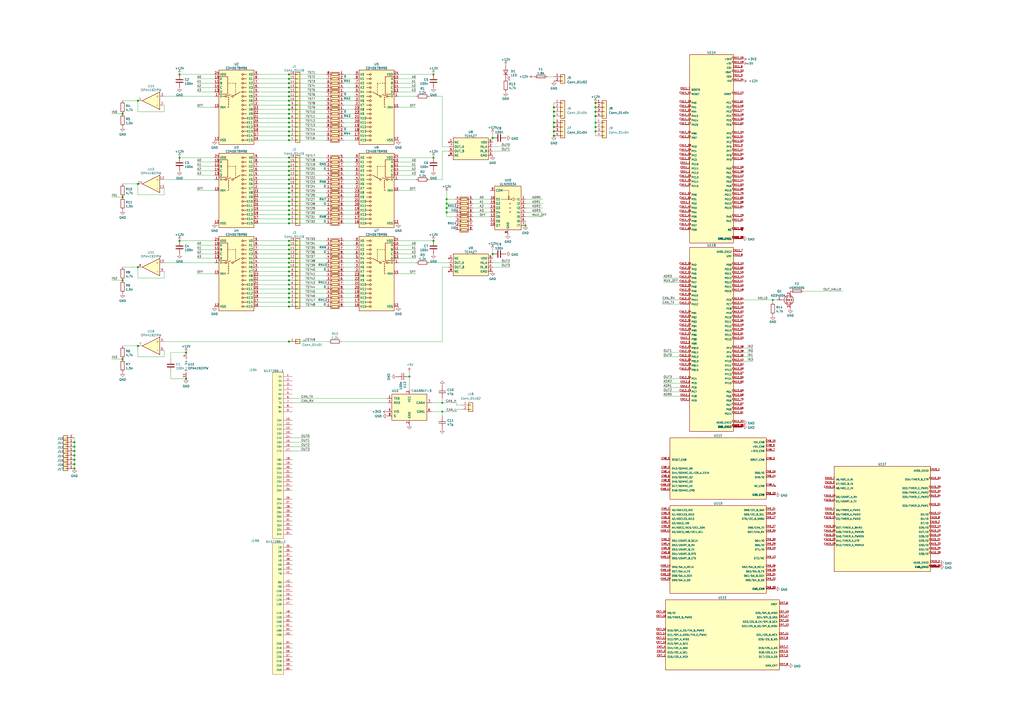
<source format=kicad_sch>
(kicad_sch (version 20230121) (generator eeschema)
  (paper "A2")
  (title_block (rev "b"))
  (junction (at 167.64 93.98) (diameter 1.016))
  (junction (at 43.18 259.08) (diameter 1.016))
  (junction (at 167.64 104.14) (diameter 1.016))
  (junction (at 167.64 160.02) (diameter 1.016))
  (junction (at 167.64 99.06) (diameter 1.016))
  (junction (at 167.64 175.26) (diameter 1.016))
  (junction (at 104.14 91.44) (diameter 1.016))
  (junction (at 71.12 162.56) (diameter 1.016))
  (junction (at 321.31 76.2) (diameter 1.016))
  (junction (at 345.44 62.23) (diameter 1.016))
  (junction (at 167.64 76.2) (diameter 1.016))
  (junction (at 167.64 109.22) (diameter 1.016))
  (junction (at 345.44 76.2) (diameter 1.016))
  (junction (at 80.01 154.94) (diameter 1.016))
  (junction (at 167.64 149.86) (diameter 1.016))
  (junction (at 43.18 261.62) (diameter 1.016))
  (junction (at 345.44 73.66) (diameter 1.016))
  (junction (at 167.64 127) (diameter 1.016))
  (junction (at 167.64 129.54) (diameter 1.016))
  (junction (at 321.31 73.66) (diameter 1.016))
  (junction (at 285.75 80.01) (diameter 1.016))
  (junction (at 321.31 78.74) (diameter 1.016))
  (junction (at 259.08 118.11) (diameter 1.016))
  (junction (at 167.64 142.24) (diameter 1.016))
  (junction (at 167.64 198.12) (diameter 1.016))
  (junction (at 167.64 157.48) (diameter 1.016))
  (junction (at 167.64 60.96) (diameter 1.016))
  (junction (at 167.64 154.94) (diameter 1.016))
  (junction (at 167.64 121.92) (diameter 1.016))
  (junction (at 259.08 115.57) (diameter 1.016))
  (junction (at 71.12 114.3) (diameter 1.016))
  (junction (at 167.64 81.28) (diameter 1.016))
  (junction (at 256.54 233.68))
  (junction (at 80.01 106.68) (diameter 1.016))
  (junction (at 167.64 124.46) (diameter 1.016))
  (junction (at 104.14 43.18) (diameter 1.016))
  (junction (at 167.64 55.88) (diameter 1.016))
  (junction (at 167.64 147.32) (diameter 1.016))
  (junction (at 448.31 173.99))
  (junction (at 251.46 91.44) (diameter 1.016))
  (junction (at 43.18 269.24) (diameter 1.016))
  (junction (at 167.64 71.12) (diameter 1.016))
  (junction (at 167.64 91.44) (diameter 1.016))
  (junction (at 167.64 73.66) (diameter 1.016))
  (junction (at 107.95 219.71) (diameter 1.016))
  (junction (at 304.8 130.81) (diameter 1.016))
  (junction (at 43.18 266.7) (diameter 1.016))
  (junction (at 167.64 114.3) (diameter 1.016))
  (junction (at 251.46 139.7) (diameter 1.016))
  (junction (at 167.64 177.8) (diameter 1.016))
  (junction (at 43.18 271.78) (diameter 1.016))
  (junction (at 345.44 59.69) (diameter 1.016))
  (junction (at 71.12 208.28) (diameter 1.016))
  (junction (at 321.31 71.12) (diameter 1.016))
  (junction (at 167.64 63.5) (diameter 1.016))
  (junction (at 167.64 50.8) (diameter 1.016))
  (junction (at 167.64 45.72) (diameter 1.016))
  (junction (at 345.44 64.77) (diameter 1.016))
  (junction (at 321.31 62.23) (diameter 1.016))
  (junction (at 167.64 119.38) (diameter 1.016))
  (junction (at 167.64 101.6) (diameter 1.016))
  (junction (at 321.31 64.77) (diameter 1.016))
  (junction (at 285.75 147.32) (diameter 1.016))
  (junction (at 107.95 204.47) (diameter 1.016))
  (junction (at 167.64 53.34) (diameter 1.016))
  (junction (at 167.64 111.76) (diameter 1.016))
  (junction (at 259.08 120.65) (diameter 1.016))
  (junction (at 167.64 58.42) (diameter 1.016))
  (junction (at 345.44 71.12) (diameter 1.016))
  (junction (at 167.64 96.52) (diameter 1.016))
  (junction (at 167.64 167.64) (diameter 1.016))
  (junction (at 345.44 67.31) (diameter 1.016))
  (junction (at 167.64 152.4) (diameter 1.016))
  (junction (at 43.18 256.54) (diameter 1.016))
  (junction (at 167.64 116.84) (diameter 1.016))
  (junction (at 167.64 106.68) (diameter 1.016))
  (junction (at 71.12 66.04) (diameter 1.016))
  (junction (at 251.46 43.18) (diameter 1.016))
  (junction (at 80.01 58.42) (diameter 1.016))
  (junction (at 321.31 67.31) (diameter 1.016))
  (junction (at 80.01 200.66) (diameter 1.016))
  (junction (at 167.64 68.58) (diameter 1.016))
  (junction (at 167.64 66.04) (diameter 1.016))
  (junction (at 167.64 43.18) (diameter 1.016))
  (junction (at 256.54 238.76))
  (junction (at 259.08 123.19) (diameter 1.016))
  (junction (at 237.49 218.44))
  (junction (at 43.18 264.16) (diameter 1.016))
  (junction (at 167.64 139.7) (diameter 1.016))
  (junction (at 167.64 78.74) (diameter 1.016))
  (junction (at 167.64 165.1) (diameter 1.016))
  (junction (at 167.64 172.72) (diameter 1.016))
  (junction (at 167.64 170.18) (diameter 1.016))
  (junction (at 167.64 162.56) (diameter 1.016))
  (junction (at 167.64 48.26) (diameter 1.016))
  (junction (at 167.64 144.78) (diameter 1.016))
  (junction (at 104.14 139.7) (diameter 1.016))
  (wire (pts (xy 149.86 50.8) (xy 167.64 50.8)))
  (wire (pts (xy 167.64 50.8) (xy 189.23 50.8)))
  (wire (pts (xy 199.39 50.8) (xy 205.74 50.8)))
  (wire (pts (xy 149.86 114.3) (xy 167.64 114.3)))
  (wire (pts (xy 167.64 114.3) (xy 189.23 114.3)))
  (wire (pts (xy 199.39 114.3) (xy 205.74 114.3)))
  (wire (pts (xy 99.06 204.47) (xy 107.95 204.47)))
  (wire (pts (xy 99.06 208.28) (xy 99.06 204.47)))
  (wire (pts (xy 256.54 87.63) (xy 256.54 104.14)))
  (wire (pts (xy 256.54 104.14) (xy 248.92 104.14)))
  (wire (pts (xy 260.35 87.63) (xy 256.54 87.63)))
  (wire (pts (xy 285.75 85.09) (xy 295.91 85.09)))
  (wire (pts (xy 124.46 48.26) (xy 114.3 48.26)))
  (wire (pts (xy 285.75 152.4) (xy 295.91 152.4)))
  (wire (pts (xy 231.14 99.06) (xy 241.3 99.06)))
  (wire (pts (xy 149.86 147.32) (xy 167.64 147.32)))
  (wire (pts (xy 167.64 147.32) (xy 189.23 147.32)))
  (wire (pts (xy 199.39 147.32) (xy 205.74 147.32)))
  (wire (pts (xy 169.545 259.08) (xy 179.705 259.08)))
  (wire (pts (xy 450.85 173.99) (xy 448.31 173.99)))
  (wire (pts (xy 231.14 96.52) (xy 241.3 96.52)))
  (wire (pts (xy 314.96 125.73) (xy 304.8 125.73)))
  (wire (pts (xy 124.46 144.78) (xy 114.3 144.78)))
  (wire (pts (xy 256.54 233.68) (xy 250.19 233.68)))
  (wire (pts (xy 231.14 147.32) (xy 241.3 147.32)))
  (wire (pts (xy 149.86 106.68) (xy 167.64 106.68)))
  (wire (pts (xy 167.64 106.68) (xy 189.23 106.68)))
  (wire (pts (xy 199.39 106.68) (xy 205.74 106.68)))
  (wire (pts (xy 256.54 231.14) (xy 256.54 233.68)))
  (wire (pts (xy 231.14 158.75) (xy 241.3 158.75)))
  (wire (pts (xy 198.12 198.12) (xy 256.54 198.12)))
  (wire (pts (xy 256.54 154.94) (xy 260.35 154.94)))
  (wire (pts (xy 256.54 198.12) (xy 256.54 154.94)))
  (wire (pts (xy 285.75 87.63) (xy 295.91 87.63)))
  (wire (pts (xy 149.86 129.54) (xy 167.64 129.54)))
  (wire (pts (xy 167.64 129.54) (xy 189.23 129.54)))
  (wire (pts (xy 199.39 129.54) (xy 205.74 129.54)))
  (wire (pts (xy 149.86 124.46) (xy 167.64 124.46)))
  (wire (pts (xy 167.64 124.46) (xy 189.23 124.46)))
  (wire (pts (xy 199.39 124.46) (xy 205.74 124.46)))
  (wire (pts (xy 64.77 208.28) (xy 71.12 208.28)))
  (wire (pts (xy 231.14 50.8) (xy 241.3 50.8)))
  (wire (pts (xy 231.14 152.4) (xy 241.3 152.4)))
  (wire (pts (xy 284.48 123.19) (xy 274.32 123.19)))
  (wire (pts (xy 251.46 91.44) (xy 231.14 91.44)))
  (wire (pts (xy 317.5 44.45) (xy 321.31 44.45)))
  (wire (pts (xy 256.54 238.76) (xy 256.54 241.3)))
  (wire (pts (xy 124.46 149.86) (xy 114.3 149.86)))
  (wire (pts (xy 149.86 152.4) (xy 167.64 152.4)))
  (wire (pts (xy 167.64 152.4) (xy 189.23 152.4)))
  (wire (pts (xy 199.39 152.4) (xy 205.74 152.4)))
  (wire (pts (xy 149.86 167.64) (xy 167.64 167.64)))
  (wire (pts (xy 167.64 167.64) (xy 189.23 167.64)))
  (wire (pts (xy 199.39 167.64) (xy 205.74 167.64)))
  (wire (pts (xy 149.86 177.8) (xy 167.64 177.8)))
  (wire (pts (xy 167.64 177.8) (xy 189.23 177.8)))
  (wire (pts (xy 199.39 177.8) (xy 205.74 177.8)))
  (wire (pts (xy 321.31 59.69) (xy 321.31 62.23)))
  (wire (pts (xy 321.31 62.23) (xy 321.31 64.77)))
  (wire (pts (xy 321.31 64.77) (xy 321.31 67.31)))
  (wire (pts (xy 321.31 67.31) (xy 321.31 71.12)))
  (wire (pts (xy 321.31 71.12) (xy 321.31 73.66)))
  (wire (pts (xy 321.31 73.66) (xy 321.31 76.2)))
  (wire (pts (xy 321.31 76.2) (xy 321.31 78.74)))
  (wire (pts (xy 149.86 109.22) (xy 167.64 109.22)))
  (wire (pts (xy 167.64 109.22) (xy 189.23 109.22)))
  (wire (pts (xy 199.39 109.22) (xy 205.74 109.22)))
  (wire (pts (xy 394.97 219.71) (xy 384.81 219.71)))
  (wire (pts (xy 267.97 234.95) (xy 264.795 234.95)))
  (wire (pts (xy 149.86 55.88) (xy 167.64 55.88)))
  (wire (pts (xy 167.64 55.88) (xy 189.23 55.88)))
  (wire (pts (xy 199.39 55.88) (xy 205.74 55.88)))
  (wire (pts (xy 384.175 173.99) (xy 394.97 173.99)))
  (wire (pts (xy 43.18 254) (xy 43.18 256.54)))
  (wire (pts (xy 43.18 256.54) (xy 43.18 259.08)))
  (wire (pts (xy 43.18 259.08) (xy 43.18 261.62)))
  (wire (pts (xy 43.18 261.62) (xy 43.18 264.16)))
  (wire (pts (xy 43.18 264.16) (xy 43.18 266.7)))
  (wire (pts (xy 43.18 266.7) (xy 43.18 269.24)))
  (wire (pts (xy 43.18 269.24) (xy 43.18 271.78)))
  (wire (pts (xy 124.46 50.8) (xy 114.3 50.8)))
  (wire (pts (xy 149.86 43.18) (xy 167.64 43.18)))
  (wire (pts (xy 167.64 43.18) (xy 189.23 43.18)))
  (wire (pts (xy 199.39 43.18) (xy 205.74 43.18)))
  (wire (pts (xy 149.86 53.34) (xy 167.64 53.34)))
  (wire (pts (xy 167.64 53.34) (xy 189.23 53.34)))
  (wire (pts (xy 199.39 53.34) (xy 205.74 53.34)))
  (wire (pts (xy 104.14 91.44) (xy 124.46 91.44)))
  (wire (pts (xy 285.75 77.47) (xy 285.75 80.01)))
  (wire (pts (xy 285.75 80.01) (xy 285.75 82.55)))
  (wire (pts (xy 169.545 254) (xy 179.705 254)))
  (wire (pts (xy 284.48 118.11) (xy 274.32 118.11)))
  (wire (pts (xy 149.86 63.5) (xy 167.64 63.5)))
  (wire (pts (xy 167.64 63.5) (xy 189.23 63.5)))
  (wire (pts (xy 199.39 63.5) (xy 205.74 63.5)))
  (wire (pts (xy 149.86 111.76) (xy 167.64 111.76)))
  (wire (pts (xy 167.64 111.76) (xy 189.23 111.76)))
  (wire (pts (xy 199.39 111.76) (xy 205.74 111.76)))
  (wire (pts (xy 149.86 58.42) (xy 167.64 58.42)))
  (wire (pts (xy 167.64 58.42) (xy 189.23 58.42)))
  (wire (pts (xy 199.39 58.42) (xy 205.74 58.42)))
  (wire (pts (xy 448.31 173.99) (xy 448.31 175.26)))
  (wire (pts (xy 251.46 139.7) (xy 231.14 139.7)))
  (wire (pts (xy 394.97 222.25) (xy 384.81 222.25)))
  (wire (pts (xy 231.14 149.86) (xy 241.3 149.86)))
  (wire (pts (xy 124.46 158.75) (xy 114.3 158.75)))
  (wire (pts (xy 149.86 60.96) (xy 167.64 60.96)))
  (wire (pts (xy 167.64 60.96) (xy 189.23 60.96)))
  (wire (pts (xy 199.39 60.96) (xy 205.74 60.96)))
  (wire (pts (xy 256.54 55.88) (xy 248.92 55.88)))
  (wire (pts (xy 256.54 85.09) (xy 256.54 55.88)))
  (wire (pts (xy 260.35 85.09) (xy 256.54 85.09)))
  (wire (pts (xy 394.97 204.47) (xy 384.81 204.47)))
  (wire (pts (xy 466.09 168.91) (xy 488.95 168.91)))
  (wire (pts (xy 394.97 229.87) (xy 384.81 229.87)))
  (wire (pts (xy 149.86 175.26) (xy 167.64 175.26)))
  (wire (pts (xy 167.64 175.26) (xy 189.23 175.26)))
  (wire (pts (xy 199.39 175.26) (xy 205.74 175.26)))
  (wire (pts (xy 394.97 224.79) (xy 384.81 224.79)))
  (wire (pts (xy 124.46 62.23) (xy 114.3 62.23)))
  (wire (pts (xy 284.48 120.65) (xy 274.32 120.65)))
  (wire (pts (xy 95.25 152.4) (xy 124.46 152.4)))
  (wire (pts (xy 149.86 121.92) (xy 167.64 121.92)))
  (wire (pts (xy 167.64 121.92) (xy 189.23 121.92)))
  (wire (pts (xy 199.39 121.92) (xy 205.74 121.92)))
  (wire (pts (xy 285.75 154.94) (xy 295.91 154.94)))
  (wire (pts (xy 231.14 53.34) (xy 241.3 53.34)))
  (wire (pts (xy 314.96 120.65) (xy 304.8 120.65)))
  (wire (pts (xy 384.175 176.53) (xy 394.97 176.53)))
  (wire (pts (xy 149.86 81.28) (xy 167.64 81.28)))
  (wire (pts (xy 167.64 81.28) (xy 189.23 81.28)))
  (wire (pts (xy 199.39 81.28) (xy 205.74 81.28)))
  (wire (pts (xy 231.14 110.49) (xy 241.3 110.49)))
  (wire (pts (xy 149.86 96.52) (xy 167.64 96.52)))
  (wire (pts (xy 167.64 96.52) (xy 189.23 96.52)))
  (wire (pts (xy 199.39 96.52) (xy 205.74 96.52)))
  (wire (pts (xy 149.86 78.74) (xy 167.64 78.74)))
  (wire (pts (xy 167.64 78.74) (xy 189.23 78.74)))
  (wire (pts (xy 199.39 78.74) (xy 205.74 78.74)))
  (wire (pts (xy 124.46 142.24) (xy 114.3 142.24)))
  (wire (pts (xy 149.86 116.84) (xy 167.64 116.84)))
  (wire (pts (xy 167.64 116.84) (xy 189.23 116.84)))
  (wire (pts (xy 199.39 116.84) (xy 205.74 116.84)))
  (wire (pts (xy 95.25 55.88) (xy 124.46 55.88)))
  (wire (pts (xy 80.01 154.94) (xy 80.01 161.29)))
  (wire (pts (xy 80.01 161.29) (xy 95.25 161.29)))
  (wire (pts (xy 95.25 157.48) (xy 95.25 161.29)))
  (wire (pts (xy 436.88 207.01) (xy 430.53 207.01)))
  (wire (pts (xy 394.97 163.83) (xy 384.81 163.83)))
  (wire (pts (xy 149.86 149.86) (xy 167.64 149.86)))
  (wire (pts (xy 167.64 149.86) (xy 189.23 149.86)))
  (wire (pts (xy 199.39 149.86) (xy 205.74 149.86)))
  (wire (pts (xy 149.86 73.66) (xy 167.64 73.66)))
  (wire (pts (xy 167.64 73.66) (xy 189.23 73.66)))
  (wire (pts (xy 199.39 73.66) (xy 205.74 73.66)))
  (wire (pts (xy 436.88 209.55) (xy 430.53 209.55)))
  (wire (pts (xy 231.14 48.26) (xy 241.3 48.26)))
  (wire (pts (xy 231.14 101.6) (xy 241.3 101.6)))
  (wire (pts (xy 124.46 45.72) (xy 114.3 45.72)))
  (wire (pts (xy 149.86 93.98) (xy 167.64 93.98)))
  (wire (pts (xy 167.64 93.98) (xy 189.23 93.98)))
  (wire (pts (xy 199.39 93.98) (xy 205.74 93.98)))
  (wire (pts (xy 231.14 144.78) (xy 241.3 144.78)))
  (wire (pts (xy 284.48 115.57) (xy 274.32 115.57)))
  (wire (pts (xy 231.14 62.23) (xy 241.3 62.23)))
  (wire (pts (xy 394.97 227.33) (xy 384.81 227.33)))
  (wire (pts (xy 124.46 53.34) (xy 114.3 53.34)))
  (wire (pts (xy 259.08 111.76) (xy 259.08 115.57)))
  (wire (pts (xy 259.08 115.57) (xy 259.08 118.11)))
  (wire (pts (xy 259.08 118.11) (xy 259.08 120.65)))
  (wire (pts (xy 259.08 120.65) (xy 259.08 123.19)))
  (wire (pts (xy 259.08 123.19) (xy 259.08 125.73)))
  (wire (pts (xy 149.86 91.44) (xy 167.64 91.44)))
  (wire (pts (xy 167.64 91.44) (xy 189.23 91.44)))
  (wire (pts (xy 199.39 91.44) (xy 205.74 91.44)))
  (wire (pts (xy 394.97 207.01) (xy 384.81 207.01)))
  (wire (pts (xy 264.795 237.49) (xy 264.795 238.76)))
  (wire (pts (xy 436.88 204.47) (xy 430.53 204.47)))
  (wire (pts (xy 149.86 154.94) (xy 167.64 154.94)))
  (wire (pts (xy 167.64 154.94) (xy 189.23 154.94)))
  (wire (pts (xy 199.39 154.94) (xy 205.74 154.94)))
  (wire (pts (xy 71.12 154.94) (xy 80.01 154.94)))
  (wire (pts (xy 124.46 96.52) (xy 114.3 96.52)))
  (wire (pts (xy 71.12 58.42) (xy 80.01 58.42)))
  (wire (pts (xy 237.49 215.9) (xy 237.49 218.44)))
  (wire (pts (xy 149.86 160.02) (xy 167.64 160.02)))
  (wire (pts (xy 167.64 160.02) (xy 189.23 160.02)))
  (wire (pts (xy 199.39 160.02) (xy 205.74 160.02)))
  (wire (pts (xy 169.545 256.54) (xy 179.705 256.54)))
  (wire (pts (xy 259.08 125.73) (xy 264.16 125.73)))
  (wire (pts (xy 231.14 55.88) (xy 241.3 55.88)))
  (wire (pts (xy 149.86 71.12) (xy 167.64 71.12)))
  (wire (pts (xy 167.64 71.12) (xy 189.23 71.12)))
  (wire (pts (xy 199.39 71.12) (xy 205.74 71.12)))
  (wire (pts (xy 237.49 218.44) (xy 237.49 226.06)))
  (wire (pts (xy 104.14 139.7) (xy 124.46 139.7)))
  (wire (pts (xy 149.86 99.06) (xy 167.64 99.06)))
  (wire (pts (xy 167.64 99.06) (xy 189.23 99.06)))
  (wire (pts (xy 199.39 99.06) (xy 205.74 99.06)))
  (wire (pts (xy 264.795 238.76) (xy 256.54 238.76)))
  (wire (pts (xy 149.86 76.2) (xy 167.64 76.2)))
  (wire (pts (xy 167.64 76.2) (xy 189.23 76.2)))
  (wire (pts (xy 199.39 76.2) (xy 205.74 76.2)))
  (wire (pts (xy 314.96 118.11) (xy 304.8 118.11)))
  (wire (pts (xy 149.86 68.58) (xy 167.64 68.58)))
  (wire (pts (xy 167.64 68.58) (xy 189.23 68.58)))
  (wire (pts (xy 199.39 68.58) (xy 205.74 68.58)))
  (wire (pts (xy 149.86 104.14) (xy 167.64 104.14)))
  (wire (pts (xy 167.64 104.14) (xy 189.23 104.14)))
  (wire (pts (xy 199.39 104.14) (xy 205.74 104.14)))
  (wire (pts (xy 149.86 48.26) (xy 167.64 48.26)))
  (wire (pts (xy 167.64 48.26) (xy 189.23 48.26)))
  (wire (pts (xy 199.39 48.26) (xy 205.74 48.26)))
  (wire (pts (xy 124.46 147.32) (xy 114.3 147.32)))
  (wire (pts (xy 231.14 45.72) (xy 241.3 45.72)))
  (wire (pts (xy 149.86 45.72) (xy 167.64 45.72)))
  (wire (pts (xy 167.64 45.72) (xy 189.23 45.72)))
  (wire (pts (xy 199.39 45.72) (xy 205.74 45.72)))
  (wire (pts (xy 259.08 118.11) (xy 264.16 118.11)))
  (wire (pts (xy 169.545 231.14) (xy 224.79 231.14)))
  (wire (pts (xy 430.53 173.99) (xy 448.31 173.99)))
  (wire (pts (xy 264.795 234.95) (xy 264.795 233.68)))
  (wire (pts (xy 264.795 233.68) (xy 256.54 233.68)))
  (wire (pts (xy 149.86 165.1) (xy 167.64 165.1)))
  (wire (pts (xy 167.64 165.1) (xy 189.23 165.1)))
  (wire (pts (xy 199.39 165.1) (xy 205.74 165.1)))
  (wire (pts (xy 394.97 161.29) (xy 384.81 161.29)))
  (wire (pts (xy 149.86 119.38) (xy 167.64 119.38)))
  (wire (pts (xy 167.64 119.38) (xy 189.23 119.38)))
  (wire (pts (xy 199.39 119.38) (xy 205.74 119.38)))
  (wire (pts (xy 71.12 200.66) (xy 80.01 200.66)))
  (wire (pts (xy 99.06 215.9) (xy 99.06 219.71)))
  (wire (pts (xy 99.06 219.71) (xy 107.95 219.71)))
  (wire (pts (xy 284.48 125.73) (xy 274.32 125.73)))
  (wire (pts (xy 231.14 142.24) (xy 241.3 142.24)))
  (wire (pts (xy 248.92 152.4) (xy 260.35 152.4)))
  (wire (pts (xy 149.86 170.18) (xy 167.64 170.18)))
  (wire (pts (xy 167.64 170.18) (xy 189.23 170.18)))
  (wire (pts (xy 199.39 170.18) (xy 205.74 170.18)))
  (wire (pts (xy 436.88 201.93) (xy 430.53 201.93)))
  (wire (pts (xy 259.08 115.57) (xy 264.16 115.57)))
  (wire (pts (xy 124.46 101.6) (xy 114.3 101.6)))
  (wire (pts (xy 149.86 157.48) (xy 167.64 157.48)))
  (wire (pts (xy 167.64 157.48) (xy 189.23 157.48)))
  (wire (pts (xy 199.39 157.48) (xy 205.74 157.48)))
  (wire (pts (xy 256.54 238.76) (xy 250.19 238.76)))
  (wire (pts (xy 167.64 198.12) (xy 95.25 198.12)))
  (wire (pts (xy 190.5 198.12) (xy 167.64 198.12)))
  (wire (pts (xy 95.25 104.14) (xy 124.46 104.14)))
  (wire (pts (xy 80.01 200.66) (xy 80.01 207.01)))
  (wire (pts (xy 80.01 207.01) (xy 95.25 207.01)))
  (wire (pts (xy 95.25 203.2) (xy 95.25 207.01)))
  (wire (pts (xy 169.545 233.68) (xy 224.79 233.68)))
  (wire (pts (xy 259.08 123.19) (xy 264.16 123.19)))
  (wire (pts (xy 267.97 237.49) (xy 264.795 237.49)))
  (wire (pts (xy 149.86 142.24) (xy 167.64 142.24)))
  (wire (pts (xy 167.64 142.24) (xy 189.23 142.24)))
  (wire (pts (xy 199.39 142.24) (xy 205.74 142.24)))
  (wire (pts (xy 314.96 115.57) (xy 304.8 115.57)))
  (wire (pts (xy 71.12 106.68) (xy 80.01 106.68)))
  (wire (pts (xy 314.96 123.19) (xy 304.8 123.19)))
  (wire (pts (xy 251.46 43.18) (xy 231.14 43.18)))
  (wire (pts (xy 304.8 128.27) (xy 304.8 130.81)))
  (wire (pts (xy 80.01 58.42) (xy 80.01 64.77)))
  (wire (pts (xy 80.01 64.77) (xy 95.25 64.77)))
  (wire (pts (xy 95.25 64.77) (xy 95.25 60.96)))
  (wire (pts (xy 64.77 66.04) (xy 71.12 66.04)))
  (wire (pts (xy 64.77 114.3) (xy 71.12 114.3)))
  (wire (pts (xy 149.86 144.78) (xy 167.64 144.78)))
  (wire (pts (xy 167.64 144.78) (xy 189.23 144.78)))
  (wire (pts (xy 199.39 144.78) (xy 205.74 144.78)))
  (wire (pts (xy 149.86 66.04) (xy 167.64 66.04)))
  (wire (pts (xy 167.64 66.04) (xy 189.23 66.04)))
  (wire (pts (xy 199.39 66.04) (xy 205.74 66.04)))
  (wire (pts (xy 149.86 139.7) (xy 167.64 139.7)))
  (wire (pts (xy 167.64 139.7) (xy 189.23 139.7)))
  (wire (pts (xy 199.39 139.7) (xy 205.74 139.7)))
  (wire (pts (xy 149.86 101.6) (xy 167.64 101.6)))
  (wire (pts (xy 167.64 101.6) (xy 189.23 101.6)))
  (wire (pts (xy 199.39 101.6) (xy 205.74 101.6)))
  (wire (pts (xy 259.08 120.65) (xy 264.16 120.65)))
  (wire (pts (xy 149.86 162.56) (xy 167.64 162.56)))
  (wire (pts (xy 167.64 162.56) (xy 189.23 162.56)))
  (wire (pts (xy 199.39 162.56) (xy 205.74 162.56)))
  (wire (pts (xy 124.46 93.98) (xy 114.3 93.98)))
  (wire (pts (xy 149.86 172.72) (xy 167.64 172.72)))
  (wire (pts (xy 167.64 172.72) (xy 189.23 172.72)))
  (wire (pts (xy 199.39 172.72) (xy 205.74 172.72)))
  (wire (pts (xy 149.86 127) (xy 167.64 127)))
  (wire (pts (xy 167.64 127) (xy 189.23 127)))
  (wire (pts (xy 199.39 127) (xy 205.74 127)))
  (wire (pts (xy 345.44 59.69) (xy 345.44 62.23)))
  (wire (pts (xy 345.44 62.23) (xy 345.44 64.77)))
  (wire (pts (xy 345.44 64.77) (xy 345.44 67.31)))
  (wire (pts (xy 345.44 67.31) (xy 345.44 71.12)))
  (wire (pts (xy 345.44 71.12) (xy 345.44 73.66)))
  (wire (pts (xy 345.44 73.66) (xy 345.44 76.2)))
  (wire (pts (xy 345.44 76.2) (xy 345.44 78.74)))
  (wire (pts (xy 169.545 261.62) (xy 179.705 261.62)))
  (wire (pts (xy 124.46 110.49) (xy 114.3 110.49)))
  (wire (pts (xy 124.46 99.06) (xy 114.3 99.06)))
  (wire (pts (xy 285.75 144.78) (xy 285.75 147.32)))
  (wire (pts (xy 285.75 147.32) (xy 285.75 149.86)))
  (wire (pts (xy 80.01 106.68) (xy 80.01 113.03)))
  (wire (pts (xy 80.01 113.03) (xy 95.25 113.03)))
  (wire (pts (xy 95.25 109.22) (xy 95.25 113.03)))
  (wire (pts (xy 231.14 104.14) (xy 241.3 104.14)))
  (wire (pts (xy 231.14 93.98) (xy 241.3 93.98)))
  (wire (pts (xy 104.14 43.18) (xy 124.46 43.18)))
  (wire (pts (xy 64.77 162.56) (xy 71.12 162.56)))
  (label "TST10" (at 182.88 66.04 180))
  (label "A1" (at 278.13 118.11 0))
  (label "TST38" (at 182.88 152.4 180))
  (label "TST46" (at 182.88 172.72 180))
  (label "TST29" (at 182.88 121.92 180))
  (label "TST21" (at 182.88 101.6 180))
  (label "TST18" (at 182.88 93.98 180))
  (label "TST6" (at 182.88 55.88 180))
  (label "CAN_TX" (at 174.625 231.14 0))
  (label "A0" (at 241.3 45.72 180))
  (label "OUT2" (at 179.705 259.08 180))
  (label "TST35" (at 182.88 144.78 180))
  (label "IN3" (at 64.77 208.28 0))
  (label "ADR0" (at 308.61 115.57 0))
  (label "OFF" (at 114.3 62.23 0))
  (label "OUT2" (at 384.81 227.33 0))
  (label "OUT0" (at 384.81 207.01 0))
  (label "IN3" (at 436.88 209.55 180))
  (label "A0" (at 278.13 115.57 0))
  (label "ADR3" (at 384.81 161.29 0))
  (label "OUT_HALL0" (at 477.52 168.91 0))
  (label "TST12" (at 182.88 71.12 180))
  (label "CAN_RX" (at 174.625 233.68 0))
  (label "A1" (at 114.3 96.52 0))
  (label "IN0" (at 436.88 204.47 180))
  (label "TST33" (at 182.88 139.7 180))
  (label "IN2" (at 64.77 162.56 0))
  (label "ADR1" (at 384.81 224.79 0))
  (label "IN1" (at 436.88 207.01 180))
  (label "TST7" (at 182.88 58.42 180))
  (label "HALL0" (at 439.42 173.99 0))
  (label "A2" (at 114.3 99.06 0))
  (label "A3" (at 241.3 101.6 180))
  (label "TST23" (at 182.88 106.68 180))
  (label "A0" (at 114.3 93.98 0))
  (label "OUT2" (at 295.91 152.4 180))
  (label "A3" (at 114.3 53.34 0))
  (label "OFF" (at 241.3 110.49 180))
  (label "TST1" (at 182.88 43.18 180))
  (label "TST2" (at 182.88 45.72 180))
  (label "OFF" (at 114.3 158.75 0))
  (label "TST25" (at 182.88 111.76 180))
  (label "TST27" (at 182.88 116.84 180))
  (label "TST11" (at 182.88 68.58 180))
  (label "OUT3" (at 179.705 261.62 180))
  (label "CAN_H" (at 264.795 233.68 180))
  (label "TST14" (at 182.88 76.2 180))
  (label "OUT0" (at 179.705 254 180))
  (label "TST28" (at 182.88 119.38 180))
  (label "A3" (at 278.13 123.19 0))
  (label "A1" (at 241.3 96.52 180))
  (label "OUT1" (at 295.91 87.63 180))
  (label "TST26" (at 182.88 114.3 180))
  (label "CAN_RX" (at 384.175 173.99 0))
  (label "TST41" (at 182.88 160.02 180))
  (label "ADR0" (at 384.81 229.87 0))
  (label "A2" (at 241.3 99.06 180))
  (label "IN2" (at 436.88 201.93 180))
  (label "TST42" (at 182.88 162.56 180))
  (label "TST16" (at 182.88 81.28 180))
  (label "A2" (at 278.13 120.65 0))
  (label "OFF" (at 114.3 110.49 0))
  (label "TST30" (at 182.88 124.46 180))
  (label "ADR1" (at 308.61 118.11 0))
  (label "A3" (at 114.3 101.6 0))
  (label "TST31" (at 182.88 127 180))
  (label "TST9" (at 182.88 63.5 180))
  (label "TST48" (at 182.88 177.8 180))
  (label "A0" (at 241.3 142.24 180))
  (label "A2" (at 241.3 147.32 180))
  (label "A3" (at 241.3 149.86 180))
  (label "TST34" (at 182.88 142.24 180))
  (label "ADR2" (at 384.81 222.25 0))
  (label "TST24" (at 182.88 109.22 180))
  (label "ADR2" (at 308.61 120.65 0))
  (label "TST5" (at 182.88 53.34 180))
  (label "CAN_TX" (at 384.175 176.53 0))
  (label "TST13" (at 182.88 73.66 180))
  (label "A2" (at 114.3 147.32 0))
  (label "TST44" (at 182.88 167.64 180))
  (label "TST22" (at 182.88 104.14 180))
  (label "OFF" (at 241.3 62.23 180))
  (label "ADR3" (at 308.61 123.19 0))
  (label "TST40" (at 182.88 157.48 180))
  (label "TST20" (at 182.88 99.06 180))
  (label "A3" (at 114.3 149.86 0))
  (label "A1" (at 241.3 144.78 180))
  (label "A2" (at 241.3 50.8 180))
  (label "OFF" (at 241.3 158.75 180))
  (label "TST17" (at 182.88 91.44 180))
  (label "OUT3" (at 295.91 154.94 180))
  (label "A1" (at 114.3 48.26 0))
  (label "A0" (at 114.3 45.72 0))
  (label "A3" (at 241.3 53.34 180))
  (label "TST32" (at 182.88 129.54 180))
  (label "TST45" (at 182.88 170.18 180))
  (label "TST49" (at 182.88 198.12 180))
  (label "OUT1" (at 179.705 256.54 180))
  (label "TST36" (at 182.88 147.32 180))
  (label "OFF" (at 278.13 125.73 0))
  (label "CAN_L" (at 264.795 238.76 180))
  (label "A0" (at 241.3 93.98 180))
  (label "TST15" (at 182.88 78.74 180))
  (label "A1" (at 114.3 144.78 0))
  (label "TST3" (at 182.88 48.26 180))
  (label "IN1" (at 64.77 114.3 0))
  (label "OUT1" (at 384.81 204.47 0))
  (label "MUX_OFF" (at 308.61 125.73 0))
  (label "TST43" (at 182.88 165.1 180))
  (label "TST4" (at 182.88 50.8 180))
  (label "MUX_OFF" (at 384.81 163.83 0))
  (label "A2" (at 114.3 50.8 0))
  (label "TST47" (at 182.88 175.26 180))
  (label "OUT3" (at 384.81 219.71 0))
  (label "TST39" (at 182.88 154.94 180))
  (label "TST8" (at 182.88 60.96 180))
  (label "OUT0" (at 295.91 85.09 180))
  (label "TST37" (at 182.88 149.86 180))
  (label "A1" (at 241.3 48.26 180))
  (label "A0" (at 114.3 142.24 0))
  (label "TST19" (at 182.88 96.52 180))
  (label "IN0" (at 64.77 66.04 0))
  (symbol (lib_id "power:GND") (at 107.95 219.71 0) (mirror y) (unit 1)
    (property "Reference" "#PWR0109" (effects hide))
    (property "Value" "GND" (at 107.95 224.0344 0))
  )
  (symbol (lib_id "Connector_Generic:Conn_01x04") (at 350.52 62.23 0) (unit 1)
    (property "Reference" "J8" (at 353.06 62.8649 0) (effects (justify left)))
    (property "Value" "Conn_01x04" (at 353.06 65.4049 0) (effects (justify left)))
    (property "Footprint" "TerminalBlock_Phoenix:TerminalBlock_Phoenix_MKDS-1,5-4-5.08_1x04_P5.08mm_Horizontal" (effects hide))
  )
  (symbol (lib_id "Device:R") (at 293.37 49.53 180) (unit 1)
    (property "Reference" "R13" (at 295.1481 48.7691 0) (effects (justify right)))
    (property "Value" "4.7k" (at 295.1481 51.0678 0) (effects (justify right)))
    (property "Footprint" "Resistor_SMD:R_0603_1608Metric" (effects hide))
    (property "LCSC" "C23162" (effects hide))
  )
  (symbol (lib_id "power:GND") (at 237.49 246.38 0) (unit 1)
    (property "Reference" "#PWR016" (effects hide))
    (property "Value" "GND" (effects hide))
  )
  (symbol (lib_id "Transistor_Array:ULN2003A") (at 294.64 120.65 0) (mirror y) (unit 1)
    (property "Reference" "U10" (at 294.64 104.5168 0))
    (property "Value" "ULN2003A" (at 294.64 106.8155 0))
    (property "Footprint" "Package_SO:SOIC-16_3.9x9.9mm_P1.27mm" (effects hide))
    (property "Datasheet" "http://www.ti.com/lit/ds/symlink/uln2003a.pdf" (effects hide))
    (property "LCSC" "C7512" (effects hide))
  )
  (symbol (lib_id "NUCLEO-F429ZI:NUCLEO-F429ZI") (at 483.87 270.51 0) (unit 6)
    (property "Reference" "U11" (at 511.81 269.24 0))
    (property "Value" "NUCLEO-F429ZI" (effects hide))
    (property "Footprint" "lib:MODULE_NUCLEO-F429ZI" (effects hide))
  )
  (symbol (lib_id "power:GND") (at 231.14 129.54 0) (unit 1)
    (property "Reference" "#PWR08" (effects hide))
    (property "Value" "GND" (at 231.14 133.8644 0))
  )
  (symbol (lib_id "Connector_Generic:Conn_01x01") (at 38.1 261.62 180) (unit 1)
    (property "Reference" "J13" (at 35.052 261.9968 0))
    (property "Value" "Conn_01x01" (effects hide))
    (property "Footprint" "MountingHole:MountingHole_3.2mm_M3_Pad_Via" (effects hide))
  )
  (symbol (lib_id "power:+12V") (at 345.44 59.69 0) (unit 1)
    (property "Reference" "#PWR010" (effects hide))
    (property "Value" "+12V" (at 345.44 56.1426 0))
  )
  (symbol (lib_id "Device:C") (at 104.14 143.51 180) (unit 1)
    (property "Reference" "C4" (at 107.0611 142.7491 0) (effects (justify right)))
    (property "Value" "100n" (at 107.0611 145.0478 0) (effects (justify right)))
    (property "Footprint" "Capacitor_SMD:C_0603_1608Metric" (effects hide))
    (property "LCSC" "C14663" (effects hide))
  )
  (symbol (lib_id "Device:R_Pack04") (at 194.31 93.98 270) (mirror x) (unit 1)
    (property "Reference" "RN5" (at 187.2197 95.2532 90))
    (property "Value" "0" (at 188.4258 97.8709 90))
    (property "Footprint" "Resistor_SMD:R_Array_Convex_4x0603" (effects hide))
    (property "LCSC" "C327053" (effects hide))
  )
  (symbol (lib_id "power:+12V") (at 293.37 38.1 0) (unit 1)
    (property "Reference" "#PWR0135" (effects hide))
    (property "Value" "+12V" (at 293.37 34.5526 0))
  )
  (symbol (lib_id "power:+12V") (at 104.14 139.7 0) (mirror y) (unit 1)
    (property "Reference" "#PWR0103" (effects hide))
    (property "Value" "+12V" (at 104.14 136.1526 0))
  )
  (symbol (lib_id "power:GND") (at 256.54 223.52 180) (unit 1)
    (property "Reference" "#PWR012" (effects hide))
    (property "Value" "GND" (effects hide))
  )
  (symbol (lib_id "power:+12V") (at 104.14 91.44 0) (mirror y) (unit 1)
    (property "Reference" "#PWR0106" (effects hide))
    (property "Value" "+12V" (at 104.14 87.8926 0))
  )
  (symbol (lib_id "Device:Fuse") (at 462.28 168.91 90) (unit 1)
    (property "Reference" "F2" (at 462.28 164.7148 90))
    (property "Value" "nSMD005" (at 462.28 167.0135 90))
    (property "Footprint" "Fuse:Fuse_1206_3216Metric" (effects hide))
    (property "LCSC" "C369153" (effects hide))
  )
  (symbol (lib_id "power:+3.3V") (at 430.53 34.29 270) (mirror x) (unit 1)
    (property "Reference" "#PWR0137" (effects hide))
    (property "Value" "+3.3V" (at 436.245 34.29 90))
  )
  (symbol (lib_id "Connector_Generic:Conn_01x02") (at 273.05 234.95 0) (unit 1)
    (property "Reference" "J18" (at 273.05 228.6 0))
    (property "Value" "Conn_01x02" (at 273.05 231.14 0))
    (property "Footprint" "TerminalBlock_Phoenix:TerminalBlock_Phoenix_MKDS-1,5-2-5.08_1x02_P5.08mm_Horizontal" (effects hide))
  )
  (symbol (lib_id "NUCLEO-F429ZI:NUCLEO-F429ZI") (at 388.62 254 0) (unit 3)
    (property "Reference" "U11" (at 416.56 252.73 0))
    (property "Value" "NUCLEO-F429ZI" (effects hide))
    (property "Footprint" "lib:MODULE_NUCLEO-F429ZI" (effects hide))
  )
  (symbol (lib_id "Device:R") (at 245.11 104.14 90) (unit 1)
    (property "Reference" "R2" (at 245.11 99.6908 90))
    (property "Value" "1.2k" (at 245.11 101.9895 90))
    (property "Footprint" "Resistor_SMD:R_1206_3216Metric" (effects hide))
    (property "LCSC" "C26035" (effects hide))
  )
  (symbol (lib_id "Device:R") (at 71.12 204.47 180) (unit 1)
    (property "Reference" "R6" (at 72.8981 203.7091 0) (effects (justify right)))
    (property "Value" "4.7k" (at 72.8981 206.0078 0) (effects (justify right)))
    (property "Footprint" "Resistor_SMD:R_0603_1608Metric" (effects hide))
    (property "LCSC" "C23162" (effects hide))
  )
  (symbol (lib_id "Connector_Generic:Conn_01x01") (at 38.1 271.78 180) (unit 1)
    (property "Reference" "J17" (at 35.052 272.1568 0))
    (property "Value" "Conn_01x01" (effects hide))
    (property "Footprint" "MountingHole:MountingHole_3.2mm_M3_Pad_Via" (effects hide))
  )
  (symbol (lib_id "power:GND") (at 124.46 177.8 0) (mirror y) (unit 1)
    (property "Reference" "#PWR06" (effects hide))
    (property "Value" "GND" (at 124.46 182.1244 0))
  )
  (symbol (lib_id "Device:R_Pack04") (at 269.24 118.11 270) (mirror x) (unit 1)
    (property "Reference" "RN13" (at 262.1497 119.3832 90))
    (property "Value" "10k" (at 263.3558 122.0009 90))
    (property "Footprint" "Resistor_SMD:R_Array_Convex_4x0603" (effects hide))
    (property "LCSC" "C29718" (effects hide))
  )
  (symbol (lib_id "Device:R") (at 71.12 158.75 180) (unit 1)
    (property "Reference" "R8" (at 72.8981 157.9891 0) (effects (justify right)))
    (property "Value" "4.7k" (at 72.8981 160.2878 0) (effects (justify right)))
    (property "Footprint" "Resistor_SMD:R_0603_1608Metric" (effects hide))
    (property "LCSC" "C23162" (effects hide))
  )
  (symbol (lib_id "hellen-one-common:Cap") (at 256.54 245.11 90) (unit 1)
    (property "Reference" "C11" (at 259.3341 243.9606 90) (effects (justify right)))
    (property "Value" "47p" (at 259.3341 246.2593 90) (effects (justify right)))
    (property "Footprint" "Capacitor_SMD:C_0603_1608Metric" (effects hide))
    (property "LCSC" "C1671" (effects hide))
  )
  (symbol (lib_id "power:GND") (at 430.53 245.11 90) (unit 1)
    (property "Reference" "#PWR0116" (effects hide))
    (property "Value" "GND" (at 433.7051 245.4985 90) (effects (justify right)))
  )
  (symbol (lib_id "Device:R") (at 448.31 179.07 180) (unit 1)
    (property "Reference" "R14" (at 450.0881 178.3091 0) (effects (justify right)))
    (property "Value" "4.7k" (at 450.0881 180.6078 0) (effects (justify right)))
    (property "Footprint" "Resistor_SMD:R_0603_1608Metric" (effects hide))
    (property "LCSC" "C23162" (effects hide))
  )
  (symbol (lib_id "Device:Fuse") (at 313.69 44.45 90) (unit 1)
    (property "Reference" "F1" (at 313.69 40.2548 90))
    (property "Value" "1.8A" (at 313.69 42.5535 90))
    (property "Footprint" "Fuse:Fuse_1206_3216Metric" (effects hide))
    (property "LCSC" "C369161" (effects hide))
  )
  (symbol (lib_id "Connector_Generic:Conn_01x16") (at 172.72 63.5 0) (mirror x) (unit 1)
    (property "Reference" "J1" (at 170.688 38.4768 0))
    (property "Value" "Conn_01x16" (at 170.688 40.7755 0))
    (property "Footprint" "TerminalBlock_Phoenix:TerminalBlock_Phoenix_MKDS-1,5-16-5.08_1x16_P5.08mm_Horizontal" (effects hide))
  )
  (symbol (lib_id "power:GND") (at 251.46 147.32 0) (mirror y) (unit 1)
    (property "Reference" "#PWR0114" (effects hide))
    (property "Value" "GND" (at 251.46 151.6444 0))
  )
  (symbol (lib_id "Device:R") (at 245.11 152.4 90) (unit 1)
    (property "Reference" "R3" (at 245.11 147.9508 90))
    (property "Value" "1.2k" (at 245.11 150.2495 90))
    (property "Footprint" "Resistor_SMD:R_1206_3216Metric" (effects hide))
    (property "LCSC" "C26035" (effects hide))
  )
  (symbol (lib_id "Device:R") (at 194.31 198.12 90) (unit 1)
    (property "Reference" "R12" (at 194.31 193.6708 90))
    (property "Value" "1.2k" (at 194.31 195.9695 90))
    (property "Footprint" "Resistor_SMD:R_1206_3216Metric" (effects hide))
    (property "LCSC" "C26035" (effects hide))
  )
  (symbol (lib_id "power:+12V") (at 251.46 139.7 0) (unit 1)
    (property "Reference" "#PWR0122" (effects hide))
    (property "Value" "+12V" (at 251.46 136.1526 0))
  )
  (symbol (lib_id "power:GND") (at 231.14 81.28 0) (unit 1)
    (property "Reference" "#PWR07" (effects hide))
    (property "Value" "GND" (at 231.14 85.6044 0))
  )
  (symbol (lib_id "power:+12V") (at 104.14 43.18 0) (mirror y) (unit 1)
    (property "Reference" "#PWR0107" (effects hide))
    (property "Value" "+12V" (at 104.14 39.6326 0))
  )
  (symbol (lib_id "Connector_Generic:Conn_01x16") (at 172.72 111.76 0) (mirror x) (unit 1)
    (property "Reference" "J2" (at 170.688 86.7368 0))
    (property "Value" "Conn_01x16" (at 170.688 89.0355 0))
    (property "Footprint" "TerminalBlock_Phoenix:TerminalBlock_Phoenix_MKDS-1,5-16-5.08_1x16_P5.08mm_Horizontal" (effects hide))
  )
  (symbol (lib_id "power:+5V") (at 237.49 215.9 0) (unit 1)
    (property "Reference" "#PWR015" (effects hide))
    (property "Value" "+5V" (at 237.871 211.5058 0))
  )
  (symbol (lib_id "Device:C") (at 289.56 80.01 90) (unit 1)
    (property "Reference" "C8" (at 289.56 74.4178 90))
    (property "Value" "100n" (at 289.56 76.7165 90))
    (property "Footprint" "Capacitor_SMD:C_0603_1608Metric" (effects hide))
    (property "LCSC" "C14663" (effects hide))
  )
  (symbol (lib_id "TE_6437288-3:6437288-3") (at 169.545 317.5 0) (mirror y) (unit 2)
    (property "Reference" "J19" (at 147.955 313.69 0))
    (property "Value" "6437288-3" (at 165.735 314.96 0) (effects (justify left bottom)))
    (property "Footprint" "TE_6437288-3" (effects hide))
    (property "Comment" "6437288-3" (effects hide))
  )
  (symbol (lib_id "power:GND") (at 458.47 179.07 0) (unit 1)
    (property "Reference" "#PWR021" (effects hide))
    (property "Value" "GND" (at 458.5208 183.0134 0))
  )
  (symbol (lib_id "NUCLEO-F429ZI:NUCLEO-F429ZI") (at 388.62 293.37 0) (unit 4)
    (property "Reference" "U11" (at 416.56 292.1 0))
    (property "Value" "NUCLEO-F429ZI" (effects hide))
    (property "Footprint" "lib:MODULE_NUCLEO-F429ZI" (effects hide))
  )
  (symbol (lib_id "power:GND") (at 449.58 287.02 90) (unit 1)
    (property "Reference" "#PWR0117" (effects hide))
    (property "Value" "GND" (at 452.7551 287.4085 90) (effects (justify right)))
  )
  (symbol (lib_id "stim_lib:CD4067BM96") (at 137.16 165.1 0) (unit 1)
    (property "Reference" "U4" (at 137.16 133.7268 0))
    (property "Value" "CD4067BM96" (at 137.16 136.0255 0))
    (property "Footprint" "Package_SO:SOIC-24W_7.5x15.4mm_P1.27mm" (effects hide))
    (property "Datasheet" "http://www.ti.com/lit/ds/symlink/cd4097b.pdf" (effects hide))
    (property "LCSC" "C6525" (effects hide))
  )
  (symbol (lib_id "TE_6437288-3:6437288-3") (at 169.545 218.44 0) (mirror y) (unit 1)
    (property "Reference" "J19" (at 146.685 214.63 0))
    (property "Value" "6437288-3" (at 164.465 215.9 0) (effects (justify left bottom)))
    (property "Footprint" "TE_6437288-3" (effects hide))
    (property "Comment" "6437288-3" (effects hide))
  )
  (symbol (lib_id "Device:R_Pack04") (at 194.31 114.3 270) (mirror x) (unit 1)
    (property "Reference" "RN7" (at 187.2197 115.5732 90))
    (property "Value" "0" (at 188.4258 118.1909 90))
    (property "Footprint" "Resistor_SMD:R_Array_Convex_4x0603" (effects hide))
    (property "LCSC" "C327053" (effects hide))
  )
  (symbol (lib_id "Device:R_Pack04") (at 194.31 152.4 270) (mirror x) (unit 1)
    (property "Reference" "RN10" (at 187.2197 153.6732 90))
    (property "Value" "0" (at 188.4258 156.2909 90))
    (property "Footprint" "Resistor_SMD:R_Array_Convex_4x0603" (effects hide))
    (property "LCSC" "C327053" (effects hide))
  )
  (symbol (lib_id "power:+12V") (at 251.46 43.18 0) (unit 1)
    (property "Reference" "#PWR0132" (effects hide))
    (property "Value" "+12V" (at 251.46 39.6326 0))
  )
  (symbol (lib_id "Amplifier_Operational:OPA4197xPW") (at 110.49 212.09 0) (unit 5)
    (property "Reference" "U1" (at 108.9661 211.3291 0) (effects (justify left)))
    (property "Value" "OPA4192IPW" (at 108.9661 213.6278 0) (effects (justify left)))
    (property "Footprint" "Package_SO:TSSOP-14_4.4x5mm_P0.65mm" (effects hide))
    (property "Datasheet" "http://www.ti.com/lit/ds/symlink/opa4192.pdf" (effects hide))
  )
  (symbol (lib_id "power:GND") (at 43.18 271.78 0) (unit 1)
    (property "Reference" "#PWR013" (effects hide))
    (property "Value" "GND" (at 43.18 276.1044 0))
  )
  (symbol (lib_id "Connector_Generic:Conn_01x01") (at 38.1 266.7 180) (unit 1)
    (property "Reference" "J15" (at 35.052 267.0768 0))
    (property "Value" "Conn_01x01" (effects hide))
    (property "Footprint" "MountingHole:MountingHole_3.2mm_M3_Pad_Via" (effects hide))
  )
  (symbol (lib_id "Device:C") (at 251.46 46.99 0) (mirror x) (unit 1)
    (property "Reference" "C5" (at 248.5389 46.2291 0) (effects (justify right)))
    (property "Value" "100n" (at 248.5389 48.5278 0) (effects (justify right)))
    (property "Footprint" "Capacitor_SMD:C_0603_1608Metric" (effects hide))
    (property "LCSC" "C14663" (effects hide))
  )
  (symbol (lib_id "NUCLEO-F429ZI:NUCLEO-F429ZI") (at 386.08 347.98 0) (unit 5)
    (property "Reference" "U11" (at 419.1 346.71 0))
    (property "Value" "NUCLEO-F429ZI" (effects hide))
    (property "Footprint" "lib:MODULE_NUCLEO-F429ZI" (effects hide))
  )
  (symbol (lib_id "power:GND") (at 71.12 215.9 0) (unit 1)
    (property "Reference" "#PWR0102" (effects hide))
    (property "Value" "GND" (at 71.12 220.2244 0))
  )
  (symbol (lib_id "hellen-one-common:MOSFET-N") (at 455.93 173.99 0) (unit 1)
    (property "Reference" "Q1" (at 450.85 168.91 0) (effects (justify left)))
    (property "Value" "AO3400A" (at 447.04 171.45 0) (effects (justify left)))
    (property "Footprint" "hellen-one-common:SOT-23" (effects hide))
    (property "LCSC" " C20917" (effects hide))
  )
  (symbol (lib_id "Device:C") (at 251.46 95.25 0) (mirror x) (unit 1)
    (property "Reference" "C6" (at 248.5389 94.4891 0) (effects (justify right)))
    (property "Value" "100n" (at 248.5389 96.7878 0) (effects (justify right)))
    (property "Footprint" "Capacitor_SMD:C_0603_1608Metric" (effects hide))
    (property "LCSC" "C14663" (effects hide))
  )
  (symbol (lib_id "power:GND") (at 229.87 218.44 270) (unit 1)
    (property "Reference" "#PWR017" (effects hide))
    (property "Value" "GND" (at 225.4758 218.567 0))
  )
  (symbol (lib_id "stim_lib:TC4427") (at 273.05 175.26 0) (mirror y) (unit 1)
    (property "Reference" "U9" (at 273.05 143.8868 0))
    (property "Value" "TC4427" (at 273.05 146.1855 0))
    (property "Footprint" "Package_SO:SOIC-8_3.9x4.9mm_P1.27mm" (effects hide))
    (property "Datasheet" "https://datasheet.lcsc.com/lcsc/1811150410_Microchip-Tech-TC4427AEOA713_C20551.pdf" (effects hide))
    (property "LCSC" "C20551" (effects hide))
  )
  (symbol (lib_id "power:+12V") (at 430.53 46.99 270) (unit 1)
    (property "Reference" "#PWR020" (effects hide))
    (property "Value" "+12V" (at 434.34 46.9899 90) (effects (justify left)))
  )
  (symbol (lib_id "power:GND") (at 294.64 135.89 0) (mirror y) (unit 1)
    (property "Reference" "#PWR0129" (effects hide))
    (property "Value" "GND" (at 294.64 140.2144 0))
  )
  (symbol (lib_id "Device:R_Pack04") (at 194.31 48.26 90) (mirror x) (unit 1)
    (property "Reference" "RN1" (at 201.4003 46.9868 90))
    (property "Value" "0" (at 200.1942 44.3691 90))
    (property "Footprint" "Resistor_SMD:R_Array_Convex_4x0603" (effects hide))
    (property "LCSC" "C327053" (effects hide))
  )
  (symbol (lib_id "hellen-one-common:Cap") (at 233.68 218.44 0) (unit 1)
    (property "Reference" "C12" (at 234.8294 221.2341 90) (effects (justify right)))
    (property "Value" "100n" (at 232.5307 221.2341 90) (effects (justify right)))
    (property "Footprint" "Capacitor_SMD:C_0603_1608Metric" (effects hide))
    (property "LCSC" "C14663" (effects hide))
  )
  (symbol (lib_id "Interface_CAN_LIN:TJA1051T-3") (at 237.49 236.22 0) (unit 1)
    (property "Reference" "U12" (at 229.235 226.695 0))
    (property "Value" "TJA1051T-3" (at 244.475 226.695 0))
    (property "Footprint" "Package_SO:SOIC-8_3.9x4.9mm_P1.27mm" (effects hide))
    (property "Datasheet" "http://www.nxp.com/documents/data_sheet/TJA1051.pdf" (effects hide))
    (property "LCSC" "C38695" (effects hide))
  )
  (symbol (lib_id "stim_lib:CD4067BM96") (at 218.44 116.84 0) (mirror y) (unit 1)
    (property "Reference" "U6" (at 218.44 85.4668 0))
    (property "Value" "CD4067BM96" (at 218.44 87.7655 0))
    (property "Footprint" "Package_SO:SOIC-24W_7.5x15.4mm_P1.27mm" (effects hide))
    (property "Datasheet" "http://www.ti.com/lit/ds/symlink/cd4097b.pdf" (effects hide))
    (property "LCSC" "C6525" (effects hide))
  )
  (symbol (lib_id "Device:R_Pack04") (at 194.31 172.72 270) (mirror x) (unit 1)
    (property "Reference" "RN12" (at 187.2197 173.9932 90))
    (property "Value" "0" (at 188.4258 176.6109 90))
    (property "Footprint" "Resistor_SMD:R_Array_Convex_4x0603" (effects hide))
    (property "LCSC" "C327053" (effects hide))
  )
  (symbol (lib_id "power:GND") (at 285.75 157.48 0) (mirror y) (unit 1)
    (property "Reference" "#PWR0127" (effects hide))
    (property "Value" "GND" (at 285.75 161.8044 0))
  )
  (symbol (lib_id "power:GND") (at 304.8 130.81 0) (mirror y) (unit 1)
    (property "Reference" "#PWR0134" (effects hide))
    (property "Value" "GND" (at 304.8 135.1344 0))
  )
  (symbol (lib_id "Connector_Generic:Conn_01x16") (at 172.72 160.02 0) (mirror x) (unit 1)
    (property "Reference" "J3" (at 170.688 134.9968 0))
    (property "Value" "Conn_01x16" (at 170.688 137.2955 0))
    (property "Footprint" "TerminalBlock_Phoenix:TerminalBlock_Phoenix_MKDS-1,5-16-5.08_1x16_P5.08mm_Horizontal" (effects hide))
  )
  (symbol (lib_id "power:GND") (at 71.12 170.18 0) (unit 1)
    (property "Reference" "#PWR0111" (effects hide))
    (property "Value" "GND" (at 71.12 174.5044 0))
  )
  (symbol (lib_id "Device:R") (at 71.12 212.09 180) (unit 1)
    (property "Reference" "R7" (at 72.8981 211.3291 0) (effects (justify right)))
    (property "Value" "1.5k" (at 72.8981 213.6278 0) (effects (justify right)))
    (property "Footprint" "Resistor_SMD:R_0603_1608Metric" (effects hide))
    (property "LCSC" "C22843" (effects hide))
  )
  (symbol (lib_id "power:+12V") (at 309.88 44.45 90) (unit 1)
    (property "Reference" "#PWR01" (effects hide))
    (property "Value" "+12V" (at 303.7926 44.45 90))
  )
  (symbol (lib_id "power:+3.3V") (at 224.79 238.76 90) (unit 1)
    (property "Reference" "#PWR018" (effects hide))
    (property "Value" "+3.3V" (at 218.44 238.76 90))
  )
  (symbol (lib_id "power:GND") (at 430.53 247.65 90) (unit 1)
    (property "Reference" "#PWR0115" (effects hide))
    (property "Value" "GND" (at 433.7051 248.0385 90) (effects (justify right)))
  )
  (symbol (lib_id "power:GND") (at 104.14 147.32 0) (unit 1)
    (property "Reference" "#PWR0108" (effects hide))
    (property "Value" "GND" (at 104.14 151.6444 0))
  )
  (symbol (lib_id "stim_lib:CD4067BM96") (at 137.16 116.84 0) (unit 1)
    (property "Reference" "U3" (at 137.16 85.4668 0))
    (property "Value" "CD4067BM96" (at 137.16 87.7655 0))
    (property "Footprint" "Package_SO:SOIC-24W_7.5x15.4mm_P1.27mm" (effects hide))
    (property "Datasheet" "http://www.ti.com/lit/ds/symlink/cd4097b.pdf" (effects hide))
    (property "LCSC" "C6525" (effects hide))
  )
  (symbol (lib_id "power:GND") (at 321.31 46.99 0) (mirror y) (unit 1)
    (property "Reference" "#PWR02" (effects hide))
    (property "Value" "GND" (at 321.31 51.3144 0))
  )
  (symbol (lib_id "power:GND") (at 256.54 248.92 0) (unit 1)
    (property "Reference" "#PWR014" (effects hide))
    (property "Value" "GND" (effects hide))
  )
  (symbol (lib_id "Amplifier_Operational:OPA4197xPW") (at 87.63 58.42 0) (mirror y) (unit 1)
    (property "Reference" "U1" (at 87.63 49.9068 0))
    (property "Value" "OPA4192IPW" (at 87.63 52.2055 0))
    (property "Footprint" "Package_SO:TSSOP-14_4.4x5mm_P0.65mm" (effects hide))
    (property "Datasheet" "http://www.ti.com/lit/ds/symlink/opa4192.pdf" (effects hide))
    (property "LCSC" "C181634" (effects hide))
  )
  (symbol (lib_id "Connector_Generic:Conn_01x01") (at 38.1 259.08 180) (unit 1)
    (property "Reference" "J12" (at 35.052 259.4568 0))
    (property "Value" "Conn_01x01" (effects hide))
    (property "Footprint" "MountingHole:MountingHole_3.2mm_M3_Pad_Via" (effects hide))
  )
  (symbol (lib_id "Device:C") (at 99.06 212.09 180) (unit 1)
    (property "Reference" "C1" (at 101.9811 211.3291 0) (effects (justify right)))
    (property "Value" "100n" (at 101.9811 213.6278 0) (effects (justify right)))
    (property "Footprint" "Capacitor_SMD:C_0603_1608Metric" (effects hide))
    (property "LCSC" "C14663" (effects hide))
  )
  (symbol (lib_id "Device:R") (at 71.12 118.11 180) (unit 1)
    (property "Reference" "R11" (at 72.8981 117.3491 0) (effects (justify right)))
    (property "Value" "1.5k" (at 72.8981 119.6478 0) (effects (justify right)))
    (property "Footprint" "Resistor_SMD:R_0603_1608Metric" (effects hide))
    (property "LCSC" "C22843" (effects hide))
  )
  (symbol (lib_id "Device:R_Pack04") (at 194.31 68.58 90) (mirror x) (unit 1)
    (property "Reference" "RN3" (at 201.4003 67.3068 90))
    (property "Value" "0" (at 200.1942 64.6891 90))
    (property "Footprint" "Resistor_SMD:R_Array_Convex_4x0603" (effects hide))
    (property "LCSC" "C327053" (effects hide))
  )
  (symbol (lib_id "Connector_Generic:Conn_01x04") (at 350.52 73.66 0) (unit 1)
    (property "Reference" "J9" (at 353.06 74.2949 0) (effects (justify left)))
    (property "Value" "Conn_01x04" (at 353.06 76.8349 0) (effects (justify left)))
    (property "Footprint" "TerminalBlock_Phoenix:TerminalBlock_Phoenix_MKDS-1,5-4-5.08_1x04_P5.08mm_Horizontal" (effects hide))
  )
  (symbol (lib_id "hellen-one-common:Cap") (at 256.54 227.33 90) (unit 1)
    (property "Reference" "C10" (at 259.3341 226.1806 90) (effects (justify right)))
    (property "Value" "47p" (at 259.3341 228.4793 90) (effects (justify right)))
    (property "Footprint" "Capacitor_SMD:C_0603_1608Metric" (effects hide))
    (property "LCSC" "C1671" (effects hide))
  )
  (symbol (lib_id "power:GND") (at 449.58 341.63 90) (unit 1)
    (property "Reference" "#PWR0118" (effects hide))
    (property "Value" "GND" (at 452.7551 342.0185 90) (effects (justify right)))
  )
  (symbol (lib_id "Device:R") (at 71.12 69.85 180) (unit 1)
    (property "Reference" "R5" (at 72.8981 69.0891 0) (effects (justify right)))
    (property "Value" "1.5k" (at 72.8981 71.3878 0) (effects (justify right)))
    (property "Footprint" "Resistor_SMD:R_0603_1608Metric" (effects hide))
    (property "LCSC" "C22843" (effects hide))
  )
  (symbol (lib_id "Device:C") (at 104.14 46.99 180) (unit 1)
    (property "Reference" "C2" (at 107.0611 46.2291 0) (effects (justify right)))
    (property "Value" "100n" (at 107.0611 48.5278 0) (effects (justify right)))
    (property "Footprint" "Capacitor_SMD:C_0603_1608Metric" (effects hide))
    (property "LCSC" "C14663" (effects hide))
  )
  (symbol (lib_id "power:+12V") (at 251.46 91.44 0) (unit 1)
    (property "Reference" "#PWR011" (effects hide))
    (property "Value" "+12V" (at 251.46 87.8926 0))
  )
  (symbol (lib_id "Device:R_Pack04") (at 194.31 104.14 270) (mirror x) (unit 1)
    (property "Reference" "RN6" (at 187.2197 105.4132 90))
    (property "Value" "0" (at 188.4258 108.0309 90))
    (property "Footprint" "Resistor_SMD:R_Array_Convex_4x0603" (effects hide))
    (property "LCSC" "C327053" (effects hide))
  )
  (symbol (lib_id "power:GND") (at 251.46 99.06 0) (mirror y) (unit 1)
    (property "Reference" "#PWR0113" (effects hide))
    (property "Value" "GND" (at 251.46 103.3844 0))
  )
  (symbol (lib_id "Device:R_Pack04") (at 194.31 78.74 90) (mirror x) (unit 1)
    (property "Reference" "RN4" (at 201.4003 77.4668 90))
    (property "Value" "0" (at 200.1942 74.8491 90))
    (property "Footprint" "Resistor_SMD:R_Array_Convex_4x0603" (effects hide))
    (property "LCSC" "C327053" (effects hide))
  )
  (symbol (lib_id "power:GND") (at 544.83 326.39 90) (unit 1)
    (property "Reference" "#PWR0120" (effects hide))
    (property "Value" "GND" (at 548.0051 326.7785 90) (effects (justify right)))
  )
  (symbol (lib_id "Connector_Generic:Conn_01x04") (at 326.39 62.23 0) (unit 1)
    (property "Reference" "J6" (at 328.93 62.8649 0) (effects (justify left)))
    (property "Value" "Conn_01x04" (at 328.93 65.4049 0) (effects (justify left)))
    (property "Footprint" "TerminalBlock_Phoenix:TerminalBlock_Phoenix_MKDS-1,5-4-5.08_1x04_P5.08mm_Horizontal" (effects hide))
  )
  (symbol (lib_id "power:+12V") (at 285.75 144.78 0) (unit 1)
    (property "Reference" "#PWR0128" (effects hide))
    (property "Value" "+12V" (at 285.75 141.2326 0))
  )
  (symbol (lib_id "power:+5V") (at 430.53 36.83 270) (mirror x) (unit 1)
    (property "Reference" "#PWR0138" (effects hide))
    (property "Value" "+5V" (at 434.975 36.83 90))
  )
  (symbol (lib_id "power:GND") (at 293.37 53.34 0) (mirror y) (unit 1)
    (property "Reference" "#PWR0136" (effects hide))
    (property "Value" "GND" (at 293.3192 57.2834 0))
  )
  (symbol (lib_id "Device:R_Pack04") (at 194.31 142.24 270) (mirror x) (unit 1)
    (property "Reference" "RN9" (at 187.2197 143.5132 90))
    (property "Value" "0" (at 188.4258 146.1309 90))
    (property "Footprint" "Resistor_SMD:R_Array_Convex_4x0603" (effects hide))
    (property "LCSC" "C327053" (effects hide))
  )
  (symbol (lib_id "power:GND") (at 448.31 182.88 0) (unit 1)
    (property "Reference" "#PWR022" (effects hide))
    (property "Value" "GND" (at 448.31 186.69 0))
  )
  (symbol (lib_id "power:GND") (at 224.79 241.3 270) (unit 1)
    (property "Reference" "#PWR019" (effects hide))
    (property "Value" "GND" (at 221.5388 241.427 90) (effects (justify right)))
  )
  (symbol (lib_id "power:+12V") (at 107.95 204.47 0) (unit 1)
    (property "Reference" "#PWR0110" (effects hide))
    (property "Value" "+12V" (at 107.95 200.9226 0))
  )
  (symbol (lib_id "power:+12V") (at 285.75 77.47 0) (unit 1)
    (property "Reference" "#PWR0124" (effects hide))
    (property "Value" "+12V" (at 285.75 73.9226 0))
  )
  (symbol (lib_id "Connector_Generic:Conn_01x04") (at 326.39 73.66 0) (unit 1)
    (property "Reference" "J7" (at 328.93 74.2949 0) (effects (justify left)))
    (property "Value" "Conn_01x04" (at 328.93 76.8349 0) (effects (justify left)))
    (property "Footprint" "TerminalBlock_Phoenix:TerminalBlock_Phoenix_MKDS-1,5-4-5.08_1x04_P5.08mm_Horizontal" (effects hide))
  )
  (symbol (lib_id "Device:R") (at 245.11 55.88 90) (unit 1)
    (property "Reference" "R1" (at 245.11 51.4308 90))
    (property "Value" "1.2k" (at 245.11 53.7295 90))
    (property "Footprint" "Resistor_SMD:R_1206_3216Metric" (effects hide))
    (property "LCSC" "C26035" (effects hide))
  )
  (symbol (lib_id "power:GND") (at 293.37 147.32 90) (unit 1)
    (property "Reference" "#PWR0130" (effects hide))
    (property "Value" "GND" (at 296.5451 147.7085 90) (effects (justify right)))
  )
  (symbol (lib_id "NUCLEO-F429ZI:NUCLEO-F429ZI") (at 400.05 31.75 0) (unit 1)
    (property "Reference" "U11" (at 412.75 30.48 0))
    (property "Value" "NUCLEO-F429ZI" (effects hide))
    (property "Footprint" "lib:MODULE_NUCLEO-F429ZI" (effects hide))
  )
  (symbol (lib_id "stim_lib:CD4067BM96") (at 137.16 68.58 0) (unit 1)
    (property "Reference" "U2" (at 137.16 37.2068 0))
    (property "Value" "CD4067BM96" (at 137.16 39.5055 0))
    (property "Footprint" "Package_SO:SOIC-24W_7.5x15.4mm_P1.27mm" (effects hide))
    (property "Datasheet" "http://www.ti.com/lit/ds/symlink/cd4097b.pdf" (effects hide))
    (property "LCSC" "C6525" (effects hide))
  )
  (symbol (lib_id "Connector_Generic:Conn_01x01") (at 172.72 198.12 0) (unit 1)
    (property "Reference" "J4" (at 175.26 197.4849 0) (effects (justify left)))
    (property "Value" "Conn_01x01" (at 175.26 200.0249 0) (effects (justify left)))
    (property "Footprint" "Connector_Wire:SolderWire-0.75sqmm_1x01_D1.25mm_OD2.3mm" (effects hide))
  )
  (symbol (lib_id "Connector_Generic:Conn_01x01") (at 38.1 254 180) (unit 1)
    (property "Reference" "J10" (at 35.052 254.3768 0))
    (property "Value" "Conn_01x01" (effects hide))
    (property "Footprint" "MountingHole:MountingHole_3.2mm_M3_Pad_Via" (effects hide))
  )
  (symbol (lib_id "Connector_Generic:Conn_01x01") (at 38.1 264.16 180) (unit 1)
    (property "Reference" "J14" (at 35.052 264.5368 0))
    (property "Value" "Conn_01x01" (effects hide))
    (property "Footprint" "MountingHole:MountingHole_3.2mm_M3_Pad_Via" (effects hide))
  )
  (symbol (lib_id "Device:C") (at 251.46 143.51 0) (mirror x) (unit 1)
    (property "Reference" "C7" (at 248.5389 142.7491 0) (effects (justify right)))
    (property "Value" "100n" (at 248.5389 145.0478 0) (effects (justify right)))
    (property "Footprint" "Capacitor_SMD:C_0603_1608Metric" (effects hide))
    (property "LCSC" "C14663" (effects hide))
  )
  (symbol (lib_id "Amplifier_Operational:OPA4197xPW") (at 87.63 200.66 0) (mirror y) (unit 2)
    (property "Reference" "U1" (at 87.63 192.1468 0))
    (property "Value" "OPA4192IPW" (at 87.63 194.4455 0))
    (property "Footprint" "Package_SO:TSSOP-14_4.4x5mm_P0.65mm" (effects hide))
    (property "Datasheet" "http://www.ti.com/lit/ds/symlink/opa4192.pdf" (effects hide))
  )
  (symbol (lib_id "power:GND") (at 457.2 386.08 90) (unit 1)
    (property "Reference" "#PWR0119" (effects hide))
    (property "Value" "GND" (at 460.3751 386.4685 90) (effects (justify right)))
  )
  (symbol (lib_id "Device:R_Pack04") (at 269.24 128.27 270) (mirror x) (unit 1)
    (property "Reference" "RN14" (at 262.1497 129.5432 90))
    (property "Value" "10k" (at 263.3558 132.1609 90))
    (property "Footprint" "Resistor_SMD:R_Array_Convex_4x0603" (effects hide))
    (property "LCSC" "C29718" (effects hide))
  )
  (symbol (lib_id "Amplifier_Operational:OPA4197xPW") (at 87.63 154.94 0) (mirror y) (unit 3)
    (property "Reference" "U1" (at 87.63 146.4268 0))
    (property "Value" "OPA4192IPW" (at 87.63 148.7255 0))
    (property "Footprint" "Package_SO:TSSOP-14_4.4x5mm_P0.65mm" (effects hide))
    (property "Datasheet" "http://www.ti.com/lit/ds/symlink/opa4192.pdf" (effects hide))
  )
  (symbol (lib_id "power:GND") (at 293.37 80.01 90) (unit 1)
    (property "Reference" "#PWR0126" (effects hide))
    (property "Value" "GND" (at 296.5451 80.3985 90) (effects (justify right)))
  )
  (symbol (lib_id "power:GND") (at 104.14 99.06 0) (unit 1)
    (property "Reference" "#PWR0101" (effects hide))
    (property "Value" "GND" (at 104.14 103.3844 0))
  )
  (symbol (lib_id "power:GND") (at 544.83 328.93 90) (unit 1)
    (property "Reference" "#PWR0121" (effects hide))
    (property "Value" "GND" (at 548.0051 329.3185 90) (effects (justify right)))
  )
  (symbol (lib_id "power:+12V") (at 259.08 111.76 0) (unit 1)
    (property "Reference" "#PWR0123" (effects hide))
    (property "Value" "+12V" (at 259.08 108.2126 0))
  )
  (symbol (lib_id "Device:R") (at 71.12 62.23 180) (unit 1)
    (property "Reference" "R4" (at 72.8981 61.4691 0) (effects (justify right)))
    (property "Value" "4.7k" (at 72.8981 63.7678 0) (effects (justify right)))
    (property "Footprint" "Resistor_SMD:R_0603_1608Metric" (effects hide))
    (property "LCSC" "C23162" (effects hide))
  )
  (symbol (lib_id "power:GND") (at 71.12 121.92 0) (unit 1)
    (property "Reference" "#PWR0112" (effects hide))
    (property "Value" "GND" (at 71.12 126.2444 0))
  )
  (symbol (lib_id "power:GND") (at 124.46 129.54 0) (mirror y) (unit 1)
    (property "Reference" "#PWR05" (effects hide))
    (property "Value" "GND" (at 124.46 133.8644 0))
  )
  (symbol (lib_id "Device:LED") (at 293.37 41.91 90) (unit 1)
    (property "Reference" "D1" (at 296.2911 41.3396 90) (effects (justify right)))
    (property "Value" "LED" (at 296.2911 43.6383 90) (effects (justify right)))
    (property "Footprint" "LED_SMD:LED_0805_2012Metric" (effects hide))
    (property "LCSC" "C2297" (effects hide))
  )
  (symbol (lib_id "stim_lib:CD4067BM96") (at 218.44 68.58 0) (mirror y) (unit 1)
    (property "Reference" "U5" (at 218.44 37.2068 0))
    (property "Value" "CD4067BM96" (at 218.44 39.5055 0))
    (property "Footprint" "Package_SO:SOIC-24W_7.5x15.4mm_P1.27mm" (effects hide))
    (property "Datasheet" "http://www.ti.com/lit/ds/symlink/cd4097b.pdf" (effects hide))
    (property "LCSC" "C6525" (effects hide))
  )
  (symbol (lib_id "power:GND") (at 71.12 73.66 0) (unit 1)
    (property "Reference" "#PWR0105" (effects hide))
    (property "Value" "GND" (at 71.12 77.9844 0))
  )
  (symbol (lib_id "power:GND") (at 231.14 177.8 0) (unit 1)
    (property "Reference" "#PWR09" (effects hide))
    (property "Value" "GND" (at 231.14 182.1244 0))
  )
  (symbol (lib_id "power:GND") (at 321.31 78.74 0) (mirror y) (unit 1)
    (property "Reference" "#PWR03" (effects hide))
    (property "Value" "GND" (at 321.31 83.0644 0))
  )
  (symbol (lib_id "Connector_Generic:Conn_01x01") (at 38.1 269.24 180) (unit 1)
    (property "Reference" "J16" (at 35.052 269.6168 0))
    (property "Value" "Conn_01x01" (effects hide))
    (property "Footprint" "MountingHole:MountingHole_3.2mm_M3_Pad_Via" (effects hide))
  )
  (symbol (lib_id "Amplifier_Operational:OPA4197xPW") (at 87.63 106.68 0) (mirror y) (unit 4)
    (property "Reference" "U1" (at 87.63 98.1668 0))
    (property "Value" "OPA4192IPW" (at 87.63 100.4655 0))
    (property "Footprint" "Package_SO:TSSOP-14_4.4x5mm_P0.65mm" (effects hide))
    (property "Datasheet" "http://www.ti.com/lit/ds/symlink/opa4192.pdf" (effects hide))
  )
  (symbol (lib_id "NUCLEO-F429ZI:NUCLEO-F429ZI") (at 400.05 143.51 0) (unit 2)
    (property "Reference" "U11" (at 412.75 142.24 0))
    (property "Value" "NUCLEO-F429ZI" (effects hide))
    (property "Footprint" "lib:MODULE_NUCLEO-F429ZI" (effects hide))
  )
  (symbol (lib_id "stim_lib:TC4427") (at 273.05 107.95 0) (mirror y) (unit 1)
    (property "Reference" "U8" (at 273.05 76.5768 0))
    (property "Value" "TC4427" (at 273.05 78.8755 0))
    (property "Footprint" "Package_SO:SOIC-8_3.9x4.9mm_P1.27mm" (effects hide))
    (property "Datasheet" "https://datasheet.lcsc.com/lcsc/1811150410_Microchip-Tech-TC4427AEOA713_C20551.pdf" (effects hide))
    (property "LCSC" "C20551" (effects hide))
  )
  (symbol (lib_id "power:GND") (at 285.75 90.17 0) (mirror y) (unit 1)
    (property "Reference" "#PWR0125" (effects hide))
    (property "Value" "GND" (at 285.75 94.4944 0))
  )
  (symbol (lib_id "Device:R_Pack04") (at 194.31 162.56 270) (mirror x) (unit 1)
    (property "Reference" "RN11" (at 187.2197 163.8332 90))
    (property "Value" "0" (at 188.4258 166.4509 90))
    (property "Footprint" "Resistor_SMD:R_Array_Convex_4x0603" (effects hide))
    (property "LCSC" "C327053" (effects hide))
  )
  (symbol (lib_id "Device:R") (at 71.12 166.37 180) (unit 1)
    (property "Reference" "R9" (at 72.8981 165.6091 0) (effects (justify right)))
    (property "Value" "1.5k" (at 72.8981 167.9078 0) (effects (justify right)))
    (property "Footprint" "Resistor_SMD:R_0603_1608Metric" (effects hide))
    (property "LCSC" "C22843" (effects hide))
  )
  (symbol (lib_id "Device:C") (at 289.56 147.32 90) (unit 1)
    (property "Reference" "C9" (at 289.56 141.7278 90))
    (property "Value" "100n" (at 289.56 144.0265 90))
    (property "Footprint" "Capacitor_SMD:C_0603_1608Metric" (effects hide))
    (property "LCSC" "C14663" (effects hide))
  )
  (symbol (lib_id "Connector_Generic:Conn_01x01") (at 38.1 256.54 180) (unit 1)
    (property "Reference" "J11" (at 35.052 256.9168 0))
    (property "Value" "Conn_01x01" (effects hide))
    (property "Footprint" "MountingHole:MountingHole_3.2mm_M3_Pad_Via" (effects hide))
  )
  (symbol (lib_id "power:GND") (at 251.46 50.8 0) (mirror y) (unit 1)
    (property "Reference" "#PWR0133" (effects hide))
    (property "Value" "GND" (at 251.46 55.1244 0))
  )
  (symbol (lib_id "Device:R_Pack04") (at 194.31 58.42 90) (mirror x) (unit 1)
    (property "Reference" "RN2" (at 201.4003 57.1468 90))
    (property "Value" "0" (at 200.1942 54.5291 90))
    (property "Footprint" "Resistor_SMD:R_Array_Convex_4x0603" (effects hide))
    (property "LCSC" "C327053" (effects hide))
  )
  (symbol (lib_id "power:GND") (at 430.53 138.43 90) (unit 1)
    (property "Reference" "#PWR0131" (effects hide))
    (property "Value" "GND" (at 433.7051 138.8185 90) (effects (justify right)))
  )
  (symbol (lib_id "Device:C") (at 104.14 95.25 180) (unit 1)
    (property "Reference" "C3" (at 107.0611 94.4891 0) (effects (justify right)))
    (property "Value" "100n" (at 107.0611 96.7878 0) (effects (justify right)))
    (property "Footprint" "Capacitor_SMD:C_0603_1608Metric" (effects hide))
    (property "LCSC" "C14663" (effects hide))
  )
  (symbol (lib_id "Device:R_Pack04") (at 194.31 124.46 270) (mirror x) (unit 1)
    (property "Reference" "RN8" (at 187.2197 125.7332 90))
    (property "Value" "0" (at 188.4258 128.3509 90))
    (property "Footprint" "Resistor_SMD:R_Array_Convex_4x0603" (effects hide))
    (property "LCSC" "C327053" (effects hide))
  )
  (symbol (lib_id "power:GND") (at 124.46 81.28 0) (mirror y) (unit 1)
    (property "Reference" "#PWR04" (effects hide))
    (property "Value" "GND" (at 124.46 85.6044 0))
  )
  (symbol (lib_id "Connector_Generic:Conn_01x02") (at 326.39 44.45 0) (unit 1)
    (property "Reference" "J5" (at 328.93 45.0849 0) (effects (justify left)))
    (property "Value" "Conn_01x02" (at 328.93 47.6249 0) (effects (justify left)))
    (property "Footprint" "TerminalBlock_Phoenix:TerminalBlock_Phoenix_MKDS-1,5-2-5.08_1x02_P5.08mm_Horizontal" (effects hide))
  )
  (symbol (lib_id "Device:R") (at 71.12 110.49 180) (unit 1)
    (property "Reference" "R10" (at 72.8981 109.7291 0) (effects (justify right)))
    (property "Value" "4.7k" (at 72.8981 112.0278 0) (effects (justify right)))
    (property "Footprint" "Resistor_SMD:R_0603_1608Metric" (effects hide))
    (property "LCSC" "C23162" (effects hide))
  )
  (symbol (lib_id "stim_lib:CD4067BM96") (at 218.44 165.1 0) (mirror y) (unit 1)
    (property "Reference" "U7" (at 218.44 133.7268 0))
    (property "Value" "CD4067BM96" (at 218.44 136.0255 0))
    (property "Footprint" "Package_SO:SOIC-24W_7.5x15.4mm_P1.27mm" (effects hide))
    (property "Datasheet" "http://www.ti.com/lit/ds/symlink/cd4097b.pdf" (effects hide))
    (property "LCSC" "C6525" (effects hide))
  )
  (symbol (lib_id "power:GND") (at 104.14 50.8 0) (unit 1)
    (property "Reference" "#PWR0104" (effects hide))
    (property "Value" "GND" (at 104.14 55.1244 0))
  )
)
</source>
